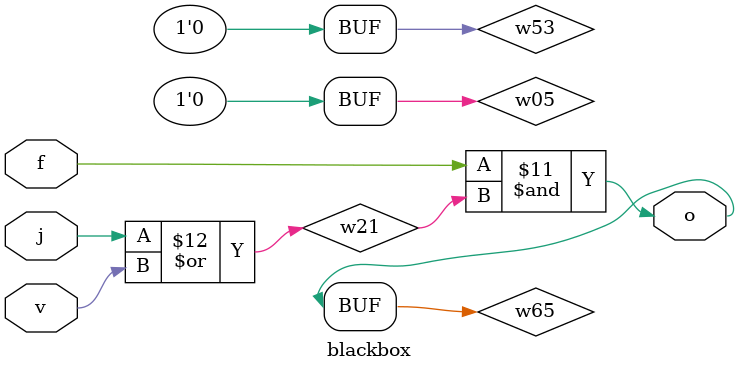
<source format=v>
module blackbox(o, f, j, v);
    output o;
    input  f, j, v;
    wire   w05, w17, w19, w21, w25, w34, w38, w44, w53, w57, w65, w98;
    or  o31(o, w65, w53, w05);
    and a6(w53, w25, w34);
    not n64(w34, w25);
    and a10(w05, w98, w44);
    not n90(w98, w44);
    or  o27(w44, j, w57, f);
    not n20(w57, v);
    or  o68(w25, w19, w17);
    and a87(w19, w38, j);
    not n26(w38, f);
    and a55(w17, v, j, f);
    and a61(w65, f, w21);
    or  o71(w21, j, v);
endmodule // blackbox
</source>
